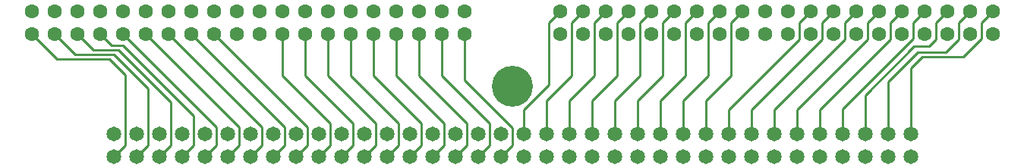
<source format=gbl>
G04*
G04 #@! TF.GenerationSoftware,Altium Limited,Altium Designer,20.2.6 (244)*
G04*
G04 Layer_Physical_Order=2*
G04 Layer_Color=16711680*
%FSAX24Y24*%
%MOIN*%
G70*
G04*
G04 #@! TF.SameCoordinates,79835426-5826-47FF-A966-97B9D47979B7*
G04*
G04*
G04 #@! TF.FilePolarity,Positive*
G04*
G01*
G75*
%ADD12C,0.0100*%
%ADD18C,0.0650*%
%ADD19C,0.0630*%
%ADD20C,0.1800*%
D12*
X268089Y128665D02*
X271189Y131765D01*
X269089Y127565D02*
Y129265D01*
X271089Y127565D02*
Y130465D01*
X271389Y131165D02*
X272639D01*
X269089Y129265D02*
X271239Y131415D01*
X271589Y130965D02*
X273389D01*
X270089Y127565D02*
Y129865D01*
X268089Y127565D02*
Y128665D01*
X271089Y130465D02*
X271589Y130965D01*
X270089Y129865D02*
X271389Y131165D01*
X271189Y131765D02*
Y132465D01*
X271239Y131415D02*
X271889D01*
X236589Y130165D02*
Y130165D01*
X237589Y129565D02*
Y129565D01*
X235889Y130865D02*
X236589Y130165D01*
X236089Y131065D02*
X237589Y129565D01*
X234389Y131065D02*
X236089D01*
X237589Y127065D02*
Y129565D01*
X238589Y127065D02*
Y128965D01*
X235189Y131265D02*
X236288D01*
X238589Y128964D01*
X239589Y127065D02*
Y128365D01*
X233589Y130865D02*
X235889D01*
X236289Y131265D02*
X238589Y128965D01*
X235189Y131265D02*
X236289D01*
X233589Y130865D02*
X235889D01*
X236589Y127065D02*
Y130165D01*
X234389Y131065D02*
X236089D01*
X235989Y131465D02*
X236489D01*
X239589Y128365D01*
X235889Y130865D02*
X236589Y130165D01*
X236089Y131065D02*
X237589Y129565D01*
X254089Y128615D02*
X255189Y129715D01*
Y132465D01*
X254089Y127565D02*
Y128615D01*
X251489Y129915D02*
X253589Y127815D01*
Y127065D02*
Y127815D01*
X251489Y129915D02*
Y131965D01*
X255089Y127565D02*
Y129015D01*
X256189Y130115D02*
Y132465D01*
X255089Y129015D02*
X256189Y130115D01*
X274189Y132465D02*
X274689Y132965D01*
X273189Y132465D02*
X273689Y132965D01*
X271189Y132465D02*
X271689Y132965D01*
X270189Y132465D02*
X270689Y132965D01*
X269189Y132465D02*
X269689Y132965D01*
X268189Y132465D02*
X268689Y132965D01*
X267189Y132465D02*
X267689Y132965D01*
X266189Y132465D02*
X266689Y132965D01*
X263189Y132465D02*
X263689Y132965D01*
X263189Y130115D02*
Y132465D01*
X262189Y130115D02*
Y132465D01*
X262689Y132965D01*
X261189Y132465D02*
X261689Y132965D01*
X261189Y130115D02*
Y132465D01*
X260189Y132465D02*
X260689Y132965D01*
X260189Y130115D02*
Y132465D01*
X259189D02*
X259689Y132965D01*
X259189Y130115D02*
Y132465D01*
X258189D02*
X258689Y132965D01*
X258189Y130115D02*
Y132465D01*
X257189Y132465D02*
X257689Y132965D01*
X257189Y130115D02*
Y132465D01*
X256189Y132465D02*
X256689Y132965D01*
X255189Y132465D02*
X255689Y132965D01*
X258089Y127565D02*
Y129015D01*
X261089D02*
X262189Y130115D01*
X257089Y129015D02*
X258189Y130115D01*
X257089Y127565D02*
Y129015D01*
X256089Y129015D02*
X257189Y130115D01*
X259089Y127565D02*
Y129015D01*
X258089D02*
X259189Y130115D01*
X260089Y127565D02*
Y129015D01*
X262089Y129015D02*
X263189Y130115D01*
X262089Y127565D02*
Y129015D01*
X259089D02*
X260189Y130115D01*
X261089Y127565D02*
Y129015D01*
X260089Y129015D02*
X261189Y130115D01*
X256089Y127565D02*
Y129015D01*
X270189Y131715D02*
Y132465D01*
X267089Y128615D02*
X270189Y131715D01*
X264089Y127565D02*
Y128615D01*
X263089D02*
X266189Y131715D01*
X269189D02*
Y132465D01*
X266089Y128615D02*
X269189Y131715D01*
X268189Y131715D02*
Y132465D01*
X265089Y128615D02*
X268189Y131715D01*
X267189Y131715D02*
Y132465D01*
X263089Y127565D02*
Y128615D01*
X266089Y127565D02*
Y128615D01*
X265089Y127565D02*
Y128615D01*
X264089Y128615D02*
X267189Y131715D01*
X266189D02*
Y132465D01*
X267089Y127565D02*
Y128615D01*
X272189Y132465D02*
X272689Y132965D01*
X273189Y131715D02*
Y132465D01*
X272639Y131165D02*
X273189Y131715D01*
X273389Y130965D02*
X274189Y131765D01*
Y132465D01*
X272189Y131715D02*
Y132465D01*
X271889Y131415D02*
X272189Y131715D01*
X235489Y131965D02*
X235989Y131465D01*
X253089Y126565D02*
X253589Y127065D01*
X250489Y130115D02*
X252589Y128015D01*
Y127065D02*
Y128015D01*
X252089Y126565D02*
X252589Y127065D01*
X249489Y130115D02*
X251589Y128015D01*
Y127065D02*
Y128015D01*
X251089Y126565D02*
X251589Y127065D01*
X248489Y130115D02*
X250589Y128015D01*
Y127065D02*
Y128015D01*
X250089Y126565D02*
X250589Y127065D01*
X247489Y130115D02*
X249589Y128015D01*
Y127065D02*
Y128015D01*
X249089Y126565D02*
X249589Y127065D01*
X246489Y130115D02*
X248589Y128015D01*
Y127065D02*
Y128015D01*
X248089Y126565D02*
X248589Y127065D01*
X245489Y130115D02*
X247589Y128015D01*
Y127065D02*
Y128015D01*
X247089Y126565D02*
X247589Y127065D01*
X246089Y126565D02*
X246589Y127065D01*
Y128015D01*
X245089Y126565D02*
X245589Y127065D01*
Y128015D01*
X244089Y126565D02*
X244589Y127065D01*
Y127865D01*
X243089Y126565D02*
X243589Y127065D01*
Y127865D01*
X242089Y126565D02*
X242589Y127065D01*
Y127865D01*
X241089Y126565D02*
X241589Y127065D01*
Y127865D01*
X240089Y126565D02*
X240589Y127065D01*
Y127865D01*
X239089Y126565D02*
X239589Y127065D01*
X238089Y126565D02*
X238589Y127065D01*
X237089Y126565D02*
X237589Y127065D01*
X236089Y126565D02*
X236589Y127065D01*
X244489Y130115D02*
X246589Y128015D01*
X237489Y131965D02*
X241589Y127865D01*
X236489Y131965D02*
X240589Y127865D01*
X238489Y131965D02*
X242589Y127865D01*
X239489Y131965D02*
X243589Y127865D01*
X243489Y130115D02*
X245589Y128015D01*
X240489Y131965D02*
X244589Y127865D01*
X250489Y130115D02*
Y131965D01*
X249489Y130115D02*
Y131965D01*
X248489Y130115D02*
Y131965D01*
X247489Y130115D02*
Y131965D01*
X246489Y130115D02*
Y131965D01*
X245489Y130115D02*
Y131965D01*
X244489Y130115D02*
Y131965D01*
X243489Y130115D02*
Y131965D01*
X234489D02*
X235189Y131265D01*
X233489Y131965D02*
X234389Y131065D01*
X232489Y131965D02*
X233589Y130865D01*
D18*
X271089Y126565D02*
D03*
X270089D02*
D03*
X269089Y126565D02*
D03*
X268089Y126565D02*
D03*
X267089D02*
D03*
X271089Y127565D02*
D03*
X270089D02*
D03*
X269089Y127565D02*
D03*
X268089Y127565D02*
D03*
X267089D02*
D03*
X256089Y126565D02*
D03*
X255089Y126565D02*
D03*
X256089Y127565D02*
D03*
X255089Y127565D02*
D03*
X252089Y126565D02*
D03*
Y127565D02*
D03*
X250089Y126565D02*
D03*
Y127565D02*
D03*
X248089Y126565D02*
D03*
Y127565D02*
D03*
X245089Y126565D02*
D03*
Y127565D02*
D03*
X243089Y126565D02*
D03*
Y127565D02*
D03*
X241089Y126565D02*
D03*
Y127565D02*
D03*
X240089Y126565D02*
D03*
Y127565D02*
D03*
X237089Y126565D02*
D03*
Y127565D02*
D03*
X236089Y126565D02*
D03*
Y127565D02*
D03*
X238089Y127565D02*
D03*
Y126565D02*
D03*
X239089Y127565D02*
D03*
Y126565D02*
D03*
X242089Y127565D02*
D03*
Y126565D02*
D03*
X244089Y127565D02*
D03*
Y126565D02*
D03*
X246089Y127565D02*
D03*
Y126565D02*
D03*
X247089Y127565D02*
D03*
Y126565D02*
D03*
X249089Y127565D02*
D03*
Y126565D02*
D03*
X251089Y127565D02*
D03*
Y126565D02*
D03*
X253089Y127565D02*
D03*
X254089D02*
D03*
X253089Y126565D02*
D03*
X254089D02*
D03*
X257089Y127565D02*
D03*
X258089D02*
D03*
X259089D02*
D03*
X260089Y127565D02*
D03*
X261089Y127565D02*
D03*
X262089D02*
D03*
X263089D02*
D03*
X264089D02*
D03*
X265089Y127565D02*
D03*
X266089Y127565D02*
D03*
X257089Y126565D02*
D03*
X258089D02*
D03*
X259089D02*
D03*
X260089Y126565D02*
D03*
X261089Y126565D02*
D03*
X262089D02*
D03*
X263089D02*
D03*
X264089D02*
D03*
X265089Y126565D02*
D03*
X266089Y126565D02*
D03*
D19*
X241489Y131965D02*
D03*
X242489D02*
D03*
Y132965D02*
D03*
X241489D02*
D03*
X240489Y131965D02*
D03*
X239489Y131965D02*
D03*
X240489Y132965D02*
D03*
X239489Y132965D02*
D03*
X232489Y132965D02*
D03*
Y131965D02*
D03*
X233489Y132965D02*
D03*
Y131965D02*
D03*
X234489Y132965D02*
D03*
Y131965D02*
D03*
X235489Y132965D02*
D03*
Y131965D02*
D03*
X236489Y132965D02*
D03*
X237489D02*
D03*
X236489Y131965D02*
D03*
X237489D02*
D03*
X238489Y132965D02*
D03*
Y131965D02*
D03*
X243489Y132965D02*
D03*
Y131965D02*
D03*
X244489Y132965D02*
D03*
X245489Y132965D02*
D03*
X246489D02*
D03*
X247489D02*
D03*
X244489Y131965D02*
D03*
X245489Y131965D02*
D03*
X246489D02*
D03*
X247489D02*
D03*
X248489Y132965D02*
D03*
X249489Y132965D02*
D03*
X250489D02*
D03*
X251489D02*
D03*
X248489Y131965D02*
D03*
X249489Y131965D02*
D03*
X250489D02*
D03*
X251489D02*
D03*
X264689D02*
D03*
X265689D02*
D03*
Y132965D02*
D03*
X264689D02*
D03*
X263689Y131965D02*
D03*
X262689Y131965D02*
D03*
X263689Y132965D02*
D03*
X262689Y132965D02*
D03*
X255689Y132965D02*
D03*
Y131965D02*
D03*
X256689Y132965D02*
D03*
Y131965D02*
D03*
X257689Y132965D02*
D03*
Y131965D02*
D03*
X258689Y132965D02*
D03*
Y131965D02*
D03*
X259689Y132965D02*
D03*
X260689D02*
D03*
X259689Y131965D02*
D03*
X260689D02*
D03*
X261689Y132965D02*
D03*
Y131965D02*
D03*
X266689Y132965D02*
D03*
Y131965D02*
D03*
X267689Y132965D02*
D03*
X268689Y132965D02*
D03*
X269689D02*
D03*
X270689D02*
D03*
X267689Y131965D02*
D03*
X268689Y131965D02*
D03*
X269689D02*
D03*
X270689D02*
D03*
X271689Y132965D02*
D03*
X272689Y132965D02*
D03*
X273689D02*
D03*
X274689D02*
D03*
X271689Y131965D02*
D03*
X272689Y131965D02*
D03*
X273689D02*
D03*
X274689D02*
D03*
D20*
X253589Y129665D02*
D03*
M02*

</source>
